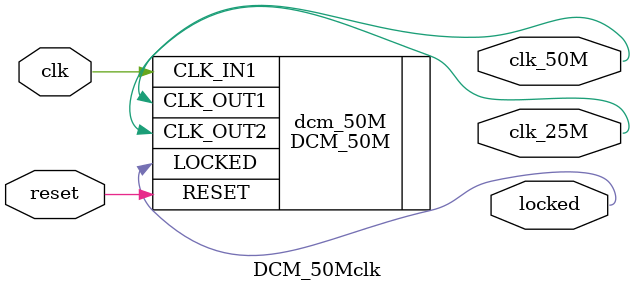
<source format=v>
`timescale 1ns / 1ps
module DCM_50Mclk(
	input clk, reset,
	output clk_25M, clk_50M, locked
    );

 DCM_50M dcm_50M(
	 // Clock in ports
    .CLK_IN1(clk),      	// 100MHz xtal clock from FPGA
    // Clock out ports
	 .CLK_OUT1(clk_50M),
    .CLK_OUT2(clk_25M),    // 50MHz clock output
    // Status and control signals
    .RESET(reset),			// system reset signal
    .LOCKED(locked));      // 0 = DCM is attempting to lock onto CLKIN frequency. DCM clock outputs
									// are not valid.
									// 1 = DCM is locked onto CLKIN frequency. DCM clock outputs are valid

endmodule


</source>
